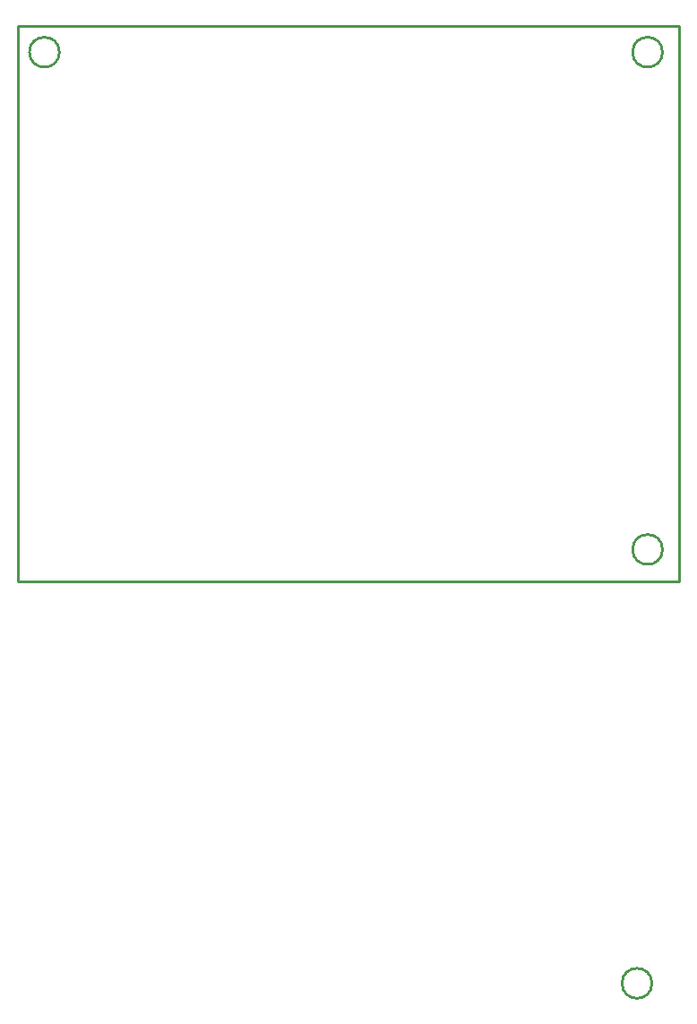
<source format=gbr>
G04*
G04 #@! TF.GenerationSoftware,Altium Limited,Altium Designer,24.4.1 (13)*
G04*
G04 Layer_Color=16711935*
%FSLAX44Y44*%
%MOMM*%
G71*
G04*
G04 #@! TF.SameCoordinates,79D782BA-BD90-4D4D-B637-5DB34664487F*
G04*
G04*
G04 #@! TF.FilePolarity,Positive*
G04*
G01*
G75*
%ADD13C,0.2540*%
D13*
X814142Y1250000D02*
G03*
X814142Y1250000I-14142J0D01*
G01*
X1384142Y780000D02*
G03*
X1384142Y780000I-14142J0D01*
G01*
X1374142Y370000D02*
G03*
X1374142Y370000I-14142J0D01*
G01*
X1384142Y1250000D02*
G03*
X1384142Y1250000I-14142J0D01*
G01*
X775000Y1275000D02*
X1400000D01*
X775000Y750000D02*
Y1275000D01*
Y750000D02*
X1400000D01*
Y1275000D01*
M02*

</source>
